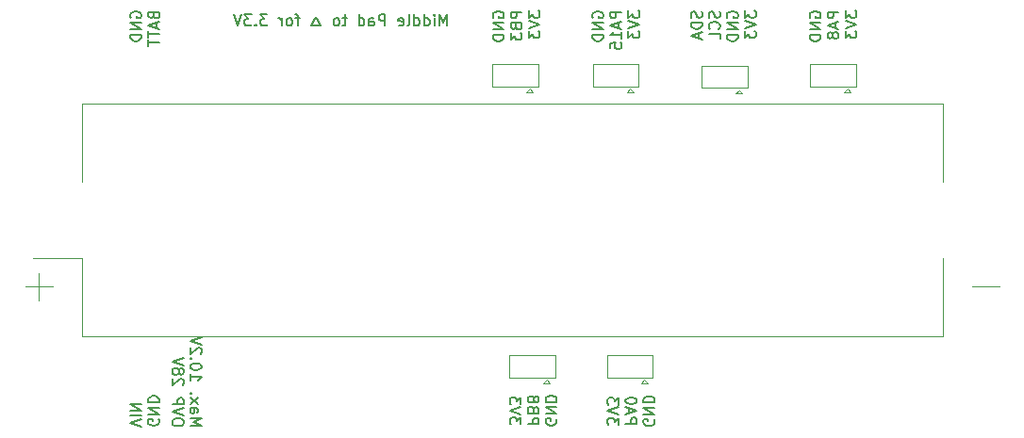
<source format=gbr>
%TF.GenerationSoftware,KiCad,Pcbnew,(6.0.7)*%
%TF.CreationDate,2022-08-09T15:02:55+02:00*%
%TF.ProjectId,LoRaMini-rounded,4c6f5261-4d69-46e6-992d-726f756e6465,rev?*%
%TF.SameCoordinates,Original*%
%TF.FileFunction,Legend,Bot*%
%TF.FilePolarity,Positive*%
%FSLAX46Y46*%
G04 Gerber Fmt 4.6, Leading zero omitted, Abs format (unit mm)*
G04 Created by KiCad (PCBNEW (6.0.7)) date 2022-08-09 15:02:55*
%MOMM*%
%LPD*%
G01*
G04 APERTURE LIST*
%ADD10C,0.150000*%
%ADD11C,0.120000*%
G04 APERTURE END LIST*
D10*
X141149600Y-138277504D02*
X141197219Y-138372742D01*
X141197219Y-138515600D01*
X141149600Y-138658457D01*
X141054361Y-138753695D01*
X140959123Y-138801314D01*
X140768647Y-138848933D01*
X140625790Y-138848933D01*
X140435314Y-138801314D01*
X140340076Y-138753695D01*
X140244838Y-138658457D01*
X140197219Y-138515600D01*
X140197219Y-138420361D01*
X140244838Y-138277504D01*
X140292457Y-138229885D01*
X140625790Y-138229885D01*
X140625790Y-138420361D01*
X140197219Y-137801314D02*
X141197219Y-137801314D01*
X140197219Y-137229885D01*
X141197219Y-137229885D01*
X140197219Y-136753695D02*
X141197219Y-136753695D01*
X141197219Y-136515600D01*
X141149600Y-136372742D01*
X141054361Y-136277504D01*
X140959123Y-136229885D01*
X140768647Y-136182266D01*
X140625790Y-136182266D01*
X140435314Y-136229885D01*
X140340076Y-136277504D01*
X140244838Y-136372742D01*
X140197219Y-136515600D01*
X140197219Y-136753695D01*
X138587219Y-138753695D02*
X139587219Y-138753695D01*
X139587219Y-138372742D01*
X139539600Y-138277504D01*
X139491980Y-138229885D01*
X139396742Y-138182266D01*
X139253885Y-138182266D01*
X139158647Y-138229885D01*
X139111028Y-138277504D01*
X139063409Y-138372742D01*
X139063409Y-138753695D01*
X139111028Y-137420361D02*
X139063409Y-137277504D01*
X139015790Y-137229885D01*
X138920552Y-137182266D01*
X138777695Y-137182266D01*
X138682457Y-137229885D01*
X138634838Y-137277504D01*
X138587219Y-137372742D01*
X138587219Y-137753695D01*
X139587219Y-137753695D01*
X139587219Y-137420361D01*
X139539600Y-137325123D01*
X139491980Y-137277504D01*
X139396742Y-137229885D01*
X139301504Y-137229885D01*
X139206266Y-137277504D01*
X139158647Y-137325123D01*
X139111028Y-137420361D01*
X139111028Y-137753695D01*
X139158647Y-136610838D02*
X139206266Y-136706076D01*
X139253885Y-136753695D01*
X139349123Y-136801314D01*
X139396742Y-136801314D01*
X139491980Y-136753695D01*
X139539600Y-136706076D01*
X139587219Y-136610838D01*
X139587219Y-136420361D01*
X139539600Y-136325123D01*
X139491980Y-136277504D01*
X139396742Y-136229885D01*
X139349123Y-136229885D01*
X139253885Y-136277504D01*
X139206266Y-136325123D01*
X139158647Y-136420361D01*
X139158647Y-136610838D01*
X139111028Y-136706076D01*
X139063409Y-136753695D01*
X138968171Y-136801314D01*
X138777695Y-136801314D01*
X138682457Y-136753695D01*
X138634838Y-136706076D01*
X138587219Y-136610838D01*
X138587219Y-136420361D01*
X138634838Y-136325123D01*
X138682457Y-136277504D01*
X138777695Y-136229885D01*
X138968171Y-136229885D01*
X139063409Y-136277504D01*
X139111028Y-136325123D01*
X139158647Y-136420361D01*
X137977219Y-138753695D02*
X137977219Y-138134647D01*
X137596266Y-138467980D01*
X137596266Y-138325123D01*
X137548647Y-138229885D01*
X137501028Y-138182266D01*
X137405790Y-138134647D01*
X137167695Y-138134647D01*
X137072457Y-138182266D01*
X137024838Y-138229885D01*
X136977219Y-138325123D01*
X136977219Y-138610838D01*
X137024838Y-138706076D01*
X137072457Y-138753695D01*
X137977219Y-137848933D02*
X136977219Y-137515600D01*
X137977219Y-137182266D01*
X137977219Y-136944171D02*
X137977219Y-136325123D01*
X137596266Y-136658457D01*
X137596266Y-136515600D01*
X137548647Y-136420361D01*
X137501028Y-136372742D01*
X137405790Y-136325123D01*
X137167695Y-136325123D01*
X137072457Y-136372742D01*
X137024838Y-136420361D01*
X136977219Y-136515600D01*
X136977219Y-136801314D01*
X137024838Y-136896552D01*
X137072457Y-136944171D01*
X154199761Y-101633976D02*
X154247380Y-101776833D01*
X154247380Y-102014928D01*
X154199761Y-102110166D01*
X154152142Y-102157785D01*
X154056904Y-102205404D01*
X153961666Y-102205404D01*
X153866428Y-102157785D01*
X153818809Y-102110166D01*
X153771190Y-102014928D01*
X153723571Y-101824452D01*
X153675952Y-101729214D01*
X153628333Y-101681595D01*
X153533095Y-101633976D01*
X153437857Y-101633976D01*
X153342619Y-101681595D01*
X153295000Y-101729214D01*
X153247380Y-101824452D01*
X153247380Y-102062547D01*
X153295000Y-102205404D01*
X154247380Y-102633976D02*
X153247380Y-102633976D01*
X153247380Y-102872071D01*
X153295000Y-103014928D01*
X153390238Y-103110166D01*
X153485476Y-103157785D01*
X153675952Y-103205404D01*
X153818809Y-103205404D01*
X154009285Y-103157785D01*
X154104523Y-103110166D01*
X154199761Y-103014928D01*
X154247380Y-102872071D01*
X154247380Y-102633976D01*
X153961666Y-103586357D02*
X153961666Y-104062547D01*
X154247380Y-103491119D02*
X153247380Y-103824452D01*
X154247380Y-104157785D01*
X155809761Y-101633976D02*
X155857380Y-101776833D01*
X155857380Y-102014928D01*
X155809761Y-102110166D01*
X155762142Y-102157785D01*
X155666904Y-102205404D01*
X155571666Y-102205404D01*
X155476428Y-102157785D01*
X155428809Y-102110166D01*
X155381190Y-102014928D01*
X155333571Y-101824452D01*
X155285952Y-101729214D01*
X155238333Y-101681595D01*
X155143095Y-101633976D01*
X155047857Y-101633976D01*
X154952619Y-101681595D01*
X154905000Y-101729214D01*
X154857380Y-101824452D01*
X154857380Y-102062547D01*
X154905000Y-102205404D01*
X155762142Y-103205404D02*
X155809761Y-103157785D01*
X155857380Y-103014928D01*
X155857380Y-102919690D01*
X155809761Y-102776833D01*
X155714523Y-102681595D01*
X155619285Y-102633976D01*
X155428809Y-102586357D01*
X155285952Y-102586357D01*
X155095476Y-102633976D01*
X155000238Y-102681595D01*
X154905000Y-102776833D01*
X154857380Y-102919690D01*
X154857380Y-103014928D01*
X154905000Y-103157785D01*
X154952619Y-103205404D01*
X155857380Y-104110166D02*
X155857380Y-103633976D01*
X154857380Y-103633976D01*
X156515000Y-102205404D02*
X156467380Y-102110166D01*
X156467380Y-101967309D01*
X156515000Y-101824452D01*
X156610238Y-101729214D01*
X156705476Y-101681595D01*
X156895952Y-101633976D01*
X157038809Y-101633976D01*
X157229285Y-101681595D01*
X157324523Y-101729214D01*
X157419761Y-101824452D01*
X157467380Y-101967309D01*
X157467380Y-102062547D01*
X157419761Y-102205404D01*
X157372142Y-102253023D01*
X157038809Y-102253023D01*
X157038809Y-102062547D01*
X157467380Y-102681595D02*
X156467380Y-102681595D01*
X157467380Y-103253023D01*
X156467380Y-103253023D01*
X157467380Y-103729214D02*
X156467380Y-103729214D01*
X156467380Y-103967309D01*
X156515000Y-104110166D01*
X156610238Y-104205404D01*
X156705476Y-104253023D01*
X156895952Y-104300642D01*
X157038809Y-104300642D01*
X157229285Y-104253023D01*
X157324523Y-104205404D01*
X157419761Y-104110166D01*
X157467380Y-103967309D01*
X157467380Y-103729214D01*
X158077380Y-101586357D02*
X158077380Y-102205404D01*
X158458333Y-101872071D01*
X158458333Y-102014928D01*
X158505952Y-102110166D01*
X158553571Y-102157785D01*
X158648809Y-102205404D01*
X158886904Y-102205404D01*
X158982142Y-102157785D01*
X159029761Y-102110166D01*
X159077380Y-102014928D01*
X159077380Y-101729214D01*
X159029761Y-101633976D01*
X158982142Y-101586357D01*
X158077380Y-102491119D02*
X159077380Y-102824452D01*
X158077380Y-103157785D01*
X158077380Y-103395880D02*
X158077380Y-104014928D01*
X158458333Y-103681595D01*
X158458333Y-103824452D01*
X158505952Y-103919690D01*
X158553571Y-103967309D01*
X158648809Y-104014928D01*
X158886904Y-104014928D01*
X158982142Y-103967309D01*
X159029761Y-103919690D01*
X159077380Y-103824452D01*
X159077380Y-103538738D01*
X159029761Y-103443500D01*
X158982142Y-103395880D01*
X149938000Y-138328304D02*
X149985619Y-138423542D01*
X149985619Y-138566400D01*
X149938000Y-138709257D01*
X149842761Y-138804495D01*
X149747523Y-138852114D01*
X149557047Y-138899733D01*
X149414190Y-138899733D01*
X149223714Y-138852114D01*
X149128476Y-138804495D01*
X149033238Y-138709257D01*
X148985619Y-138566400D01*
X148985619Y-138471161D01*
X149033238Y-138328304D01*
X149080857Y-138280685D01*
X149414190Y-138280685D01*
X149414190Y-138471161D01*
X148985619Y-137852114D02*
X149985619Y-137852114D01*
X148985619Y-137280685D01*
X149985619Y-137280685D01*
X148985619Y-136804495D02*
X149985619Y-136804495D01*
X149985619Y-136566400D01*
X149938000Y-136423542D01*
X149842761Y-136328304D01*
X149747523Y-136280685D01*
X149557047Y-136233066D01*
X149414190Y-136233066D01*
X149223714Y-136280685D01*
X149128476Y-136328304D01*
X149033238Y-136423542D01*
X148985619Y-136566400D01*
X148985619Y-136804495D01*
X147375619Y-138733066D02*
X148375619Y-138733066D01*
X148375619Y-138352114D01*
X148328000Y-138256876D01*
X148280380Y-138209257D01*
X148185142Y-138161638D01*
X148042285Y-138161638D01*
X147947047Y-138209257D01*
X147899428Y-138256876D01*
X147851809Y-138352114D01*
X147851809Y-138733066D01*
X147661333Y-137780685D02*
X147661333Y-137304495D01*
X147375619Y-137875923D02*
X148375619Y-137542590D01*
X147375619Y-137209257D01*
X148375619Y-136685447D02*
X148375619Y-136590209D01*
X148328000Y-136494971D01*
X148280380Y-136447352D01*
X148185142Y-136399733D01*
X147994666Y-136352114D01*
X147756571Y-136352114D01*
X147566095Y-136399733D01*
X147470857Y-136447352D01*
X147423238Y-136494971D01*
X147375619Y-136590209D01*
X147375619Y-136685447D01*
X147423238Y-136780685D01*
X147470857Y-136828304D01*
X147566095Y-136875923D01*
X147756571Y-136923542D01*
X147994666Y-136923542D01*
X148185142Y-136875923D01*
X148280380Y-136828304D01*
X148328000Y-136780685D01*
X148375619Y-136685447D01*
X146765619Y-138804495D02*
X146765619Y-138185447D01*
X146384666Y-138518780D01*
X146384666Y-138375923D01*
X146337047Y-138280685D01*
X146289428Y-138233066D01*
X146194190Y-138185447D01*
X145956095Y-138185447D01*
X145860857Y-138233066D01*
X145813238Y-138280685D01*
X145765619Y-138375923D01*
X145765619Y-138661638D01*
X145813238Y-138756876D01*
X145860857Y-138804495D01*
X146765619Y-137899733D02*
X145765619Y-137566400D01*
X146765619Y-137233066D01*
X146765619Y-136994971D02*
X146765619Y-136375923D01*
X146384666Y-136709257D01*
X146384666Y-136566400D01*
X146337047Y-136471161D01*
X146289428Y-136423542D01*
X146194190Y-136375923D01*
X145956095Y-136375923D01*
X145860857Y-136423542D01*
X145813238Y-136471161D01*
X145765619Y-136566400D01*
X145765619Y-136852114D01*
X145813238Y-136947352D01*
X145860857Y-136994971D01*
X135507200Y-102205404D02*
X135459580Y-102110166D01*
X135459580Y-101967309D01*
X135507200Y-101824452D01*
X135602438Y-101729214D01*
X135697676Y-101681595D01*
X135888152Y-101633976D01*
X136031009Y-101633976D01*
X136221485Y-101681595D01*
X136316723Y-101729214D01*
X136411961Y-101824452D01*
X136459580Y-101967309D01*
X136459580Y-102062547D01*
X136411961Y-102205404D01*
X136364342Y-102253023D01*
X136031009Y-102253023D01*
X136031009Y-102062547D01*
X136459580Y-102681595D02*
X135459580Y-102681595D01*
X136459580Y-103253023D01*
X135459580Y-103253023D01*
X136459580Y-103729214D02*
X135459580Y-103729214D01*
X135459580Y-103967309D01*
X135507200Y-104110166D01*
X135602438Y-104205404D01*
X135697676Y-104253023D01*
X135888152Y-104300642D01*
X136031009Y-104300642D01*
X136221485Y-104253023D01*
X136316723Y-104205404D01*
X136411961Y-104110166D01*
X136459580Y-103967309D01*
X136459580Y-103729214D01*
X138069580Y-101681595D02*
X137069580Y-101681595D01*
X137069580Y-102062547D01*
X137117200Y-102157785D01*
X137164819Y-102205404D01*
X137260057Y-102253023D01*
X137402914Y-102253023D01*
X137498152Y-102205404D01*
X137545771Y-102157785D01*
X137593390Y-102062547D01*
X137593390Y-101681595D01*
X137545771Y-103014928D02*
X137593390Y-103157785D01*
X137641009Y-103205404D01*
X137736247Y-103253023D01*
X137879104Y-103253023D01*
X137974342Y-103205404D01*
X138021961Y-103157785D01*
X138069580Y-103062547D01*
X138069580Y-102681595D01*
X137069580Y-102681595D01*
X137069580Y-103014928D01*
X137117200Y-103110166D01*
X137164819Y-103157785D01*
X137260057Y-103205404D01*
X137355295Y-103205404D01*
X137450533Y-103157785D01*
X137498152Y-103110166D01*
X137545771Y-103014928D01*
X137545771Y-102681595D01*
X137069580Y-103586357D02*
X137069580Y-104205404D01*
X137450533Y-103872071D01*
X137450533Y-104014928D01*
X137498152Y-104110166D01*
X137545771Y-104157785D01*
X137641009Y-104205404D01*
X137879104Y-104205404D01*
X137974342Y-104157785D01*
X138021961Y-104110166D01*
X138069580Y-104014928D01*
X138069580Y-103729214D01*
X138021961Y-103633976D01*
X137974342Y-103586357D01*
X138679580Y-101586357D02*
X138679580Y-102205404D01*
X139060533Y-101872071D01*
X139060533Y-102014928D01*
X139108152Y-102110166D01*
X139155771Y-102157785D01*
X139251009Y-102205404D01*
X139489104Y-102205404D01*
X139584342Y-102157785D01*
X139631961Y-102110166D01*
X139679580Y-102014928D01*
X139679580Y-101729214D01*
X139631961Y-101633976D01*
X139584342Y-101586357D01*
X138679580Y-102491119D02*
X139679580Y-102824452D01*
X138679580Y-103157785D01*
X138679580Y-103395880D02*
X138679580Y-104014928D01*
X139060533Y-103681595D01*
X139060533Y-103824452D01*
X139108152Y-103919690D01*
X139155771Y-103967309D01*
X139251009Y-104014928D01*
X139489104Y-104014928D01*
X139584342Y-103967309D01*
X139631961Y-103919690D01*
X139679580Y-103824452D01*
X139679580Y-103538738D01*
X139631961Y-103443500D01*
X139584342Y-103395880D01*
X131349595Y-102923780D02*
X131349595Y-101923780D01*
X131016261Y-102638066D01*
X130682928Y-101923780D01*
X130682928Y-102923780D01*
X130206738Y-102923780D02*
X130206738Y-102257114D01*
X130206738Y-101923780D02*
X130254357Y-101971400D01*
X130206738Y-102019019D01*
X130159119Y-101971400D01*
X130206738Y-101923780D01*
X130206738Y-102019019D01*
X129301976Y-102923780D02*
X129301976Y-101923780D01*
X129301976Y-102876161D02*
X129397214Y-102923780D01*
X129587690Y-102923780D01*
X129682928Y-102876161D01*
X129730547Y-102828542D01*
X129778166Y-102733304D01*
X129778166Y-102447590D01*
X129730547Y-102352352D01*
X129682928Y-102304733D01*
X129587690Y-102257114D01*
X129397214Y-102257114D01*
X129301976Y-102304733D01*
X128397214Y-102923780D02*
X128397214Y-101923780D01*
X128397214Y-102876161D02*
X128492452Y-102923780D01*
X128682928Y-102923780D01*
X128778166Y-102876161D01*
X128825785Y-102828542D01*
X128873404Y-102733304D01*
X128873404Y-102447590D01*
X128825785Y-102352352D01*
X128778166Y-102304733D01*
X128682928Y-102257114D01*
X128492452Y-102257114D01*
X128397214Y-102304733D01*
X127778166Y-102923780D02*
X127873404Y-102876161D01*
X127921023Y-102780923D01*
X127921023Y-101923780D01*
X127016261Y-102876161D02*
X127111500Y-102923780D01*
X127301976Y-102923780D01*
X127397214Y-102876161D01*
X127444833Y-102780923D01*
X127444833Y-102399971D01*
X127397214Y-102304733D01*
X127301976Y-102257114D01*
X127111500Y-102257114D01*
X127016261Y-102304733D01*
X126968642Y-102399971D01*
X126968642Y-102495209D01*
X127444833Y-102590447D01*
X125778166Y-102923780D02*
X125778166Y-101923780D01*
X125397214Y-101923780D01*
X125301976Y-101971400D01*
X125254357Y-102019019D01*
X125206738Y-102114257D01*
X125206738Y-102257114D01*
X125254357Y-102352352D01*
X125301976Y-102399971D01*
X125397214Y-102447590D01*
X125778166Y-102447590D01*
X124349595Y-102923780D02*
X124349595Y-102399971D01*
X124397214Y-102304733D01*
X124492452Y-102257114D01*
X124682928Y-102257114D01*
X124778166Y-102304733D01*
X124349595Y-102876161D02*
X124444833Y-102923780D01*
X124682928Y-102923780D01*
X124778166Y-102876161D01*
X124825785Y-102780923D01*
X124825785Y-102685685D01*
X124778166Y-102590447D01*
X124682928Y-102542828D01*
X124444833Y-102542828D01*
X124349595Y-102495209D01*
X123444833Y-102923780D02*
X123444833Y-101923780D01*
X123444833Y-102876161D02*
X123540071Y-102923780D01*
X123730547Y-102923780D01*
X123825785Y-102876161D01*
X123873404Y-102828542D01*
X123921023Y-102733304D01*
X123921023Y-102447590D01*
X123873404Y-102352352D01*
X123825785Y-102304733D01*
X123730547Y-102257114D01*
X123540071Y-102257114D01*
X123444833Y-102304733D01*
X122349595Y-102257114D02*
X121968642Y-102257114D01*
X122206738Y-101923780D02*
X122206738Y-102780923D01*
X122159119Y-102876161D01*
X122063880Y-102923780D01*
X121968642Y-102923780D01*
X121492452Y-102923780D02*
X121587690Y-102876161D01*
X121635309Y-102828542D01*
X121682928Y-102733304D01*
X121682928Y-102447590D01*
X121635309Y-102352352D01*
X121587690Y-102304733D01*
X121492452Y-102257114D01*
X121349595Y-102257114D01*
X121254357Y-102304733D01*
X121206738Y-102352352D01*
X121159119Y-102447590D01*
X121159119Y-102733304D01*
X121206738Y-102828542D01*
X121254357Y-102876161D01*
X121349595Y-102923780D01*
X121492452Y-102923780D01*
X119587690Y-102161876D02*
X119159119Y-102923780D01*
X120016261Y-102923780D01*
X119587690Y-102161876D01*
X118111500Y-102257114D02*
X117730547Y-102257114D01*
X117968642Y-102923780D02*
X117968642Y-102066638D01*
X117921023Y-101971400D01*
X117825785Y-101923780D01*
X117730547Y-101923780D01*
X117254357Y-102923780D02*
X117349595Y-102876161D01*
X117397214Y-102828542D01*
X117444833Y-102733304D01*
X117444833Y-102447590D01*
X117397214Y-102352352D01*
X117349595Y-102304733D01*
X117254357Y-102257114D01*
X117111500Y-102257114D01*
X117016261Y-102304733D01*
X116968642Y-102352352D01*
X116921023Y-102447590D01*
X116921023Y-102733304D01*
X116968642Y-102828542D01*
X117016261Y-102876161D01*
X117111500Y-102923780D01*
X117254357Y-102923780D01*
X116492452Y-102923780D02*
X116492452Y-102257114D01*
X116492452Y-102447590D02*
X116444833Y-102352352D01*
X116397214Y-102304733D01*
X116301976Y-102257114D01*
X116206738Y-102257114D01*
X115206738Y-101923780D02*
X114587690Y-101923780D01*
X114921023Y-102304733D01*
X114778166Y-102304733D01*
X114682928Y-102352352D01*
X114635309Y-102399971D01*
X114587690Y-102495209D01*
X114587690Y-102733304D01*
X114635309Y-102828542D01*
X114682928Y-102876161D01*
X114778166Y-102923780D01*
X115063880Y-102923780D01*
X115159119Y-102876161D01*
X115206738Y-102828542D01*
X114159119Y-102828542D02*
X114111500Y-102876161D01*
X114159119Y-102923780D01*
X114206738Y-102876161D01*
X114159119Y-102828542D01*
X114159119Y-102923780D01*
X113778166Y-101923780D02*
X113159119Y-101923780D01*
X113492452Y-102304733D01*
X113349595Y-102304733D01*
X113254357Y-102352352D01*
X113206738Y-102399971D01*
X113159119Y-102495209D01*
X113159119Y-102733304D01*
X113206738Y-102828542D01*
X113254357Y-102876161D01*
X113349595Y-102923780D01*
X113635309Y-102923780D01*
X113730547Y-102876161D01*
X113778166Y-102828542D01*
X112873404Y-101923780D02*
X112540071Y-102923780D01*
X112206738Y-101923780D01*
X144448000Y-102205404D02*
X144400380Y-102110166D01*
X144400380Y-101967309D01*
X144448000Y-101824452D01*
X144543238Y-101729214D01*
X144638476Y-101681595D01*
X144828952Y-101633976D01*
X144971809Y-101633976D01*
X145162285Y-101681595D01*
X145257523Y-101729214D01*
X145352761Y-101824452D01*
X145400380Y-101967309D01*
X145400380Y-102062547D01*
X145352761Y-102205404D01*
X145305142Y-102253023D01*
X144971809Y-102253023D01*
X144971809Y-102062547D01*
X145400380Y-102681595D02*
X144400380Y-102681595D01*
X145400380Y-103253023D01*
X144400380Y-103253023D01*
X145400380Y-103729214D02*
X144400380Y-103729214D01*
X144400380Y-103967309D01*
X144448000Y-104110166D01*
X144543238Y-104205404D01*
X144638476Y-104253023D01*
X144828952Y-104300642D01*
X144971809Y-104300642D01*
X145162285Y-104253023D01*
X145257523Y-104205404D01*
X145352761Y-104110166D01*
X145400380Y-103967309D01*
X145400380Y-103729214D01*
X147010380Y-101681595D02*
X146010380Y-101681595D01*
X146010380Y-102062547D01*
X146058000Y-102157785D01*
X146105619Y-102205404D01*
X146200857Y-102253023D01*
X146343714Y-102253023D01*
X146438952Y-102205404D01*
X146486571Y-102157785D01*
X146534190Y-102062547D01*
X146534190Y-101681595D01*
X146724666Y-102633976D02*
X146724666Y-103110166D01*
X147010380Y-102538738D02*
X146010380Y-102872071D01*
X147010380Y-103205404D01*
X147010380Y-104062547D02*
X147010380Y-103491119D01*
X147010380Y-103776833D02*
X146010380Y-103776833D01*
X146153238Y-103681595D01*
X146248476Y-103586357D01*
X146296095Y-103491119D01*
X146010380Y-104967309D02*
X146010380Y-104491119D01*
X146486571Y-104443500D01*
X146438952Y-104491119D01*
X146391333Y-104586357D01*
X146391333Y-104824452D01*
X146438952Y-104919690D01*
X146486571Y-104967309D01*
X146581809Y-105014928D01*
X146819904Y-105014928D01*
X146915142Y-104967309D01*
X146962761Y-104919690D01*
X147010380Y-104824452D01*
X147010380Y-104586357D01*
X146962761Y-104491119D01*
X146915142Y-104443500D01*
X147620380Y-101586357D02*
X147620380Y-102205404D01*
X148001333Y-101872071D01*
X148001333Y-102014928D01*
X148048952Y-102110166D01*
X148096571Y-102157785D01*
X148191809Y-102205404D01*
X148429904Y-102205404D01*
X148525142Y-102157785D01*
X148572761Y-102110166D01*
X148620380Y-102014928D01*
X148620380Y-101729214D01*
X148572761Y-101633976D01*
X148525142Y-101586357D01*
X147620380Y-102491119D02*
X148620380Y-102824452D01*
X147620380Y-103157785D01*
X147620380Y-103395880D02*
X147620380Y-104014928D01*
X148001333Y-103681595D01*
X148001333Y-103824452D01*
X148048952Y-103919690D01*
X148096571Y-103967309D01*
X148191809Y-104014928D01*
X148429904Y-104014928D01*
X148525142Y-103967309D01*
X148572761Y-103919690D01*
X148620380Y-103824452D01*
X148620380Y-103538738D01*
X148572761Y-103443500D01*
X148525142Y-103395880D01*
X105445000Y-138305805D02*
X105492619Y-138401043D01*
X105492619Y-138543900D01*
X105445000Y-138686757D01*
X105349761Y-138781995D01*
X105254523Y-138829614D01*
X105064047Y-138877233D01*
X104921190Y-138877233D01*
X104730714Y-138829614D01*
X104635476Y-138781995D01*
X104540238Y-138686757D01*
X104492619Y-138543900D01*
X104492619Y-138448662D01*
X104540238Y-138305805D01*
X104587857Y-138258186D01*
X104921190Y-138258186D01*
X104921190Y-138448662D01*
X104492619Y-137829614D02*
X105492619Y-137829614D01*
X104492619Y-137258186D01*
X105492619Y-137258186D01*
X104492619Y-136781995D02*
X105492619Y-136781995D01*
X105492619Y-136543900D01*
X105445000Y-136401043D01*
X105349761Y-136305805D01*
X105254523Y-136258186D01*
X105064047Y-136210567D01*
X104921190Y-136210567D01*
X104730714Y-136258186D01*
X104635476Y-136305805D01*
X104540238Y-136401043D01*
X104492619Y-136543900D01*
X104492619Y-136781995D01*
X103882619Y-138972471D02*
X102882619Y-138639138D01*
X103882619Y-138305805D01*
X102882619Y-137972471D02*
X103882619Y-137972471D01*
X102882619Y-137496281D02*
X103882619Y-137496281D01*
X102882619Y-136924852D01*
X103882619Y-136924852D01*
X102962000Y-102205404D02*
X102914380Y-102110166D01*
X102914380Y-101967309D01*
X102962000Y-101824452D01*
X103057238Y-101729214D01*
X103152476Y-101681595D01*
X103342952Y-101633976D01*
X103485809Y-101633976D01*
X103676285Y-101681595D01*
X103771523Y-101729214D01*
X103866761Y-101824452D01*
X103914380Y-101967309D01*
X103914380Y-102062547D01*
X103866761Y-102205404D01*
X103819142Y-102253023D01*
X103485809Y-102253023D01*
X103485809Y-102062547D01*
X103914380Y-102681595D02*
X102914380Y-102681595D01*
X103914380Y-103253023D01*
X102914380Y-103253023D01*
X103914380Y-103729214D02*
X102914380Y-103729214D01*
X102914380Y-103967309D01*
X102962000Y-104110166D01*
X103057238Y-104205404D01*
X103152476Y-104253023D01*
X103342952Y-104300642D01*
X103485809Y-104300642D01*
X103676285Y-104253023D01*
X103771523Y-104205404D01*
X103866761Y-104110166D01*
X103914380Y-103967309D01*
X103914380Y-103729214D01*
X105000571Y-102014928D02*
X105048190Y-102157785D01*
X105095809Y-102205404D01*
X105191047Y-102253023D01*
X105333904Y-102253023D01*
X105429142Y-102205404D01*
X105476761Y-102157785D01*
X105524380Y-102062547D01*
X105524380Y-101681595D01*
X104524380Y-101681595D01*
X104524380Y-102014928D01*
X104572000Y-102110166D01*
X104619619Y-102157785D01*
X104714857Y-102205404D01*
X104810095Y-102205404D01*
X104905333Y-102157785D01*
X104952952Y-102110166D01*
X105000571Y-102014928D01*
X105000571Y-101681595D01*
X105238666Y-102633976D02*
X105238666Y-103110166D01*
X105524380Y-102538738D02*
X104524380Y-102872071D01*
X105524380Y-103205404D01*
X104524380Y-103395880D02*
X104524380Y-103967309D01*
X105524380Y-103681595D02*
X104524380Y-103681595D01*
X104524380Y-104157785D02*
X104524380Y-104729214D01*
X105524380Y-104443500D02*
X104524380Y-104443500D01*
X108302619Y-138856404D02*
X109302619Y-138856404D01*
X108588333Y-138523071D01*
X109302619Y-138189738D01*
X108302619Y-138189738D01*
X108302619Y-137284976D02*
X108826428Y-137284976D01*
X108921666Y-137332595D01*
X108969285Y-137427833D01*
X108969285Y-137618309D01*
X108921666Y-137713547D01*
X108350238Y-137284976D02*
X108302619Y-137380214D01*
X108302619Y-137618309D01*
X108350238Y-137713547D01*
X108445476Y-137761166D01*
X108540714Y-137761166D01*
X108635952Y-137713547D01*
X108683571Y-137618309D01*
X108683571Y-137380214D01*
X108731190Y-137284976D01*
X108302619Y-136904023D02*
X108969285Y-136380214D01*
X108969285Y-136904023D02*
X108302619Y-136380214D01*
X108397857Y-135999261D02*
X108350238Y-135951642D01*
X108302619Y-135999261D01*
X108350238Y-136046880D01*
X108397857Y-135999261D01*
X108302619Y-135999261D01*
X108302619Y-134237357D02*
X108302619Y-134808785D01*
X108302619Y-134523071D02*
X109302619Y-134523071D01*
X109159761Y-134618309D01*
X109064523Y-134713547D01*
X109016904Y-134808785D01*
X109302619Y-133618309D02*
X109302619Y-133523071D01*
X109255000Y-133427833D01*
X109207380Y-133380214D01*
X109112142Y-133332595D01*
X108921666Y-133284976D01*
X108683571Y-133284976D01*
X108493095Y-133332595D01*
X108397857Y-133380214D01*
X108350238Y-133427833D01*
X108302619Y-133523071D01*
X108302619Y-133618309D01*
X108350238Y-133713547D01*
X108397857Y-133761166D01*
X108493095Y-133808785D01*
X108683571Y-133856404D01*
X108921666Y-133856404D01*
X109112142Y-133808785D01*
X109207380Y-133761166D01*
X109255000Y-133713547D01*
X109302619Y-133618309D01*
X108397857Y-132856404D02*
X108350238Y-132808785D01*
X108302619Y-132856404D01*
X108350238Y-132904023D01*
X108397857Y-132856404D01*
X108302619Y-132856404D01*
X109207380Y-132427833D02*
X109255000Y-132380214D01*
X109302619Y-132284976D01*
X109302619Y-132046880D01*
X109255000Y-131951642D01*
X109207380Y-131904023D01*
X109112142Y-131856404D01*
X109016904Y-131856404D01*
X108874047Y-131904023D01*
X108302619Y-132475452D01*
X108302619Y-131856404D01*
X109302619Y-131570690D02*
X108302619Y-131237357D01*
X109302619Y-130904023D01*
X107692619Y-138665928D02*
X107692619Y-138475452D01*
X107645000Y-138380214D01*
X107549761Y-138284976D01*
X107359285Y-138237357D01*
X107025952Y-138237357D01*
X106835476Y-138284976D01*
X106740238Y-138380214D01*
X106692619Y-138475452D01*
X106692619Y-138665928D01*
X106740238Y-138761166D01*
X106835476Y-138856404D01*
X107025952Y-138904023D01*
X107359285Y-138904023D01*
X107549761Y-138856404D01*
X107645000Y-138761166D01*
X107692619Y-138665928D01*
X107692619Y-137951642D02*
X106692619Y-137618309D01*
X107692619Y-137284976D01*
X106692619Y-136951642D02*
X107692619Y-136951642D01*
X107692619Y-136570690D01*
X107645000Y-136475452D01*
X107597380Y-136427833D01*
X107502142Y-136380214D01*
X107359285Y-136380214D01*
X107264047Y-136427833D01*
X107216428Y-136475452D01*
X107168809Y-136570690D01*
X107168809Y-136951642D01*
X107597380Y-135237357D02*
X107645000Y-135189738D01*
X107692619Y-135094500D01*
X107692619Y-134856404D01*
X107645000Y-134761166D01*
X107597380Y-134713547D01*
X107502142Y-134665928D01*
X107406904Y-134665928D01*
X107264047Y-134713547D01*
X106692619Y-135284976D01*
X106692619Y-134665928D01*
X107264047Y-134094500D02*
X107311666Y-134189738D01*
X107359285Y-134237357D01*
X107454523Y-134284976D01*
X107502142Y-134284976D01*
X107597380Y-134237357D01*
X107645000Y-134189738D01*
X107692619Y-134094500D01*
X107692619Y-133904023D01*
X107645000Y-133808785D01*
X107597380Y-133761166D01*
X107502142Y-133713547D01*
X107454523Y-133713547D01*
X107359285Y-133761166D01*
X107311666Y-133808785D01*
X107264047Y-133904023D01*
X107264047Y-134094500D01*
X107216428Y-134189738D01*
X107168809Y-134237357D01*
X107073571Y-134284976D01*
X106883095Y-134284976D01*
X106787857Y-134237357D01*
X106740238Y-134189738D01*
X106692619Y-134094500D01*
X106692619Y-133904023D01*
X106740238Y-133808785D01*
X106787857Y-133761166D01*
X106883095Y-133713547D01*
X107073571Y-133713547D01*
X107168809Y-133761166D01*
X107216428Y-133808785D01*
X107264047Y-133904023D01*
X107692619Y-133427833D02*
X106692619Y-133094500D01*
X107692619Y-132761166D01*
X163955200Y-102205404D02*
X163907580Y-102110166D01*
X163907580Y-101967309D01*
X163955200Y-101824452D01*
X164050438Y-101729214D01*
X164145676Y-101681595D01*
X164336152Y-101633976D01*
X164479009Y-101633976D01*
X164669485Y-101681595D01*
X164764723Y-101729214D01*
X164859961Y-101824452D01*
X164907580Y-101967309D01*
X164907580Y-102062547D01*
X164859961Y-102205404D01*
X164812342Y-102253023D01*
X164479009Y-102253023D01*
X164479009Y-102062547D01*
X164907580Y-102681595D02*
X163907580Y-102681595D01*
X164907580Y-103253023D01*
X163907580Y-103253023D01*
X164907580Y-103729214D02*
X163907580Y-103729214D01*
X163907580Y-103967309D01*
X163955200Y-104110166D01*
X164050438Y-104205404D01*
X164145676Y-104253023D01*
X164336152Y-104300642D01*
X164479009Y-104300642D01*
X164669485Y-104253023D01*
X164764723Y-104205404D01*
X164859961Y-104110166D01*
X164907580Y-103967309D01*
X164907580Y-103729214D01*
X166517580Y-101681595D02*
X165517580Y-101681595D01*
X165517580Y-102062547D01*
X165565200Y-102157785D01*
X165612819Y-102205404D01*
X165708057Y-102253023D01*
X165850914Y-102253023D01*
X165946152Y-102205404D01*
X165993771Y-102157785D01*
X166041390Y-102062547D01*
X166041390Y-101681595D01*
X166231866Y-102633976D02*
X166231866Y-103110166D01*
X166517580Y-102538738D02*
X165517580Y-102872071D01*
X166517580Y-103205404D01*
X165946152Y-103681595D02*
X165898533Y-103586357D01*
X165850914Y-103538738D01*
X165755676Y-103491119D01*
X165708057Y-103491119D01*
X165612819Y-103538738D01*
X165565200Y-103586357D01*
X165517580Y-103681595D01*
X165517580Y-103872071D01*
X165565200Y-103967309D01*
X165612819Y-104014928D01*
X165708057Y-104062547D01*
X165755676Y-104062547D01*
X165850914Y-104014928D01*
X165898533Y-103967309D01*
X165946152Y-103872071D01*
X165946152Y-103681595D01*
X165993771Y-103586357D01*
X166041390Y-103538738D01*
X166136628Y-103491119D01*
X166327104Y-103491119D01*
X166422342Y-103538738D01*
X166469961Y-103586357D01*
X166517580Y-103681595D01*
X166517580Y-103872071D01*
X166469961Y-103967309D01*
X166422342Y-104014928D01*
X166327104Y-104062547D01*
X166136628Y-104062547D01*
X166041390Y-104014928D01*
X165993771Y-103967309D01*
X165946152Y-103872071D01*
X167127580Y-101586357D02*
X167127580Y-102205404D01*
X167508533Y-101872071D01*
X167508533Y-102014928D01*
X167556152Y-102110166D01*
X167603771Y-102157785D01*
X167699009Y-102205404D01*
X167937104Y-102205404D01*
X168032342Y-102157785D01*
X168079961Y-102110166D01*
X168127580Y-102014928D01*
X168127580Y-101729214D01*
X168079961Y-101633976D01*
X168032342Y-101586357D01*
X167127580Y-102491119D02*
X168127580Y-102824452D01*
X167127580Y-103157785D01*
X167127580Y-103395880D02*
X167127580Y-104014928D01*
X167508533Y-103681595D01*
X167508533Y-103824452D01*
X167556152Y-103919690D01*
X167603771Y-103967309D01*
X167699009Y-104014928D01*
X167937104Y-104014928D01*
X168032342Y-103967309D01*
X168079961Y-103919690D01*
X168127580Y-103824452D01*
X168127580Y-103538738D01*
X168079961Y-103443500D01*
X168032342Y-103395880D01*
D11*
%TO.C,LPB8*%
X140301500Y-134753200D02*
X140001500Y-135053200D01*
X141051500Y-132553200D02*
X136951500Y-132553200D01*
X141051500Y-134553200D02*
X141051500Y-132553200D01*
X140601500Y-135053200D02*
X140001500Y-135053200D01*
X136951500Y-134553200D02*
X141051500Y-134553200D01*
X140301500Y-134753200D02*
X140601500Y-135053200D01*
X136951500Y-132553200D02*
X136951500Y-134553200D01*
%TO.C,LPB3*%
X135414800Y-106400000D02*
X135414800Y-108400000D01*
X138764800Y-108600000D02*
X138464800Y-108900000D01*
X139514800Y-106400000D02*
X135414800Y-106400000D01*
X139514800Y-108400000D02*
X139514800Y-106400000D01*
X138764800Y-108600000D02*
X139064800Y-108900000D01*
X135414800Y-108400000D02*
X139514800Y-108400000D01*
X139064800Y-108900000D02*
X138464800Y-108900000D01*
%TO.C,LPA0*%
X149377200Y-135053200D02*
X148777200Y-135053200D01*
X149827200Y-132553200D02*
X145727200Y-132553200D01*
X145727200Y-134553200D02*
X149827200Y-134553200D01*
X149077200Y-134753200D02*
X148777200Y-135053200D01*
X149827200Y-134553200D02*
X149827200Y-132553200D01*
X149077200Y-134753200D02*
X149377200Y-135053200D01*
X145727200Y-132553200D02*
X145727200Y-134553200D01*
%TO.C,BT1*%
X98570800Y-109956000D02*
X98570800Y-116956000D01*
X175850800Y-130836000D02*
X98570800Y-130836000D01*
X180960800Y-126396000D02*
X178460800Y-126396000D01*
X94710800Y-125146000D02*
X94710800Y-127646000D01*
X93460800Y-126396000D02*
X95960800Y-126396000D01*
X98570800Y-130836000D02*
X98570800Y-123836000D01*
X175850800Y-123836000D02*
X175850800Y-130816000D01*
X175850800Y-116956000D02*
X175850800Y-109956000D01*
X98570800Y-123836000D02*
X94210800Y-123836000D01*
X175850800Y-109956000D02*
X98570800Y-109956000D01*
%TO.C,LPA15*%
X148550000Y-108407500D02*
X148550000Y-106407500D01*
X147800000Y-108607500D02*
X148100000Y-108907500D01*
X144450000Y-108407500D02*
X148550000Y-108407500D01*
X144450000Y-106407500D02*
X144450000Y-108407500D01*
X147800000Y-108607500D02*
X147500000Y-108907500D01*
X148100000Y-108907500D02*
X147500000Y-108907500D01*
X148550000Y-106407500D02*
X144450000Y-106407500D01*
%TO.C,JP6*%
X157560800Y-108707500D02*
X157860800Y-109007500D01*
X158310800Y-108507500D02*
X158310800Y-106507500D01*
X154210800Y-108507500D02*
X158310800Y-108507500D01*
X157860800Y-109007500D02*
X157260800Y-109007500D01*
X157560800Y-108707500D02*
X157260800Y-109007500D01*
X158310800Y-106507500D02*
X154210800Y-106507500D01*
X154210800Y-106507500D02*
X154210800Y-108507500D01*
%TO.C,LPA8*%
X163964400Y-108400000D02*
X168064400Y-108400000D01*
X167314400Y-108600000D02*
X167014400Y-108900000D01*
X167614400Y-108900000D02*
X167014400Y-108900000D01*
X167314400Y-108600000D02*
X167614400Y-108900000D01*
X168064400Y-108400000D02*
X168064400Y-106400000D01*
X163964400Y-106400000D02*
X163964400Y-108400000D01*
X168064400Y-106400000D02*
X163964400Y-106400000D01*
%TD*%
M02*

</source>
